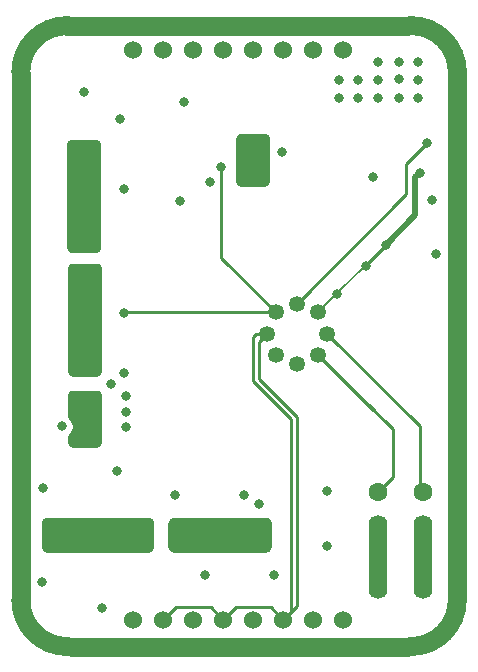
<source format=gbr>
G04 #@! TF.GenerationSoftware,KiCad,Pcbnew,(5.1.12)-1*
G04 #@! TF.CreationDate,2022-03-03T10:00:03+01:00*
G04 #@! TF.ProjectId,10V-DLTZ,3130562d-444c-4545-9a2e-6b696361645f,rev?*
G04 #@! TF.SameCoordinates,Original*
G04 #@! TF.FileFunction,Copper,L3,Inr*
G04 #@! TF.FilePolarity,Positive*
%FSLAX46Y46*%
G04 Gerber Fmt 4.6, Leading zero omitted, Abs format (unit mm)*
G04 Created by KiCad (PCBNEW (5.1.12)-1) date 2022-03-03 10:00:03*
%MOMM*%
%LPD*%
G01*
G04 APERTURE LIST*
G04 #@! TA.AperFunction,NonConductor*
%ADD10C,1.600000*%
G04 #@! TD*
G04 #@! TA.AperFunction,ComponentPad*
%ADD11C,1.350000*%
G04 #@! TD*
G04 #@! TA.AperFunction,ComponentPad*
%ADD12O,1.600000X7.100000*%
G04 #@! TD*
G04 #@! TA.AperFunction,ComponentPad*
%ADD13C,1.600000*%
G04 #@! TD*
G04 #@! TA.AperFunction,ComponentPad*
%ADD14C,1.524000*%
G04 #@! TD*
G04 #@! TA.AperFunction,ViaPad*
%ADD15C,0.800000*%
G04 #@! TD*
G04 #@! TA.AperFunction,Conductor*
%ADD16C,0.250000*%
G04 #@! TD*
G04 #@! TA.AperFunction,Conductor*
%ADD17C,1.600000*%
G04 #@! TD*
G04 #@! TA.AperFunction,Conductor*
%ADD18C,0.508000*%
G04 #@! TD*
G04 #@! TA.AperFunction,Conductor*
%ADD19C,0.127000*%
G04 #@! TD*
G04 #@! TA.AperFunction,NonConductor*
%ADD20C,0.254000*%
G04 #@! TD*
G04 #@! TA.AperFunction,NonConductor*
%ADD21C,0.100000*%
G04 #@! TD*
G04 APERTURE END LIST*
D10*
X73279000Y-128651000D02*
G75*
G02*
X77216000Y-124714000I3937000J0D01*
G01*
X110236000Y-173355000D02*
G75*
G02*
X106299000Y-177292000I-3937000J0D01*
G01*
X106299000Y-124714000D02*
G75*
G02*
X110236000Y-128651000I0J-3937000D01*
G01*
X77216000Y-177292000D02*
G75*
G02*
X73279000Y-173355000I0J3937000D01*
G01*
D11*
X94132400Y-150799800D03*
X99212400Y-150799800D03*
X96672400Y-148259800D03*
X96672400Y-153339800D03*
X98468400Y-152595800D03*
X94876400Y-152595800D03*
X94876400Y-149003800D03*
X98468400Y-149003800D03*
D12*
X107315000Y-169711000D03*
D13*
X107315000Y-164211000D03*
D12*
X103505000Y-169711000D03*
D13*
X103505000Y-164211000D03*
D14*
X82804000Y-126746000D03*
X85344000Y-126746000D03*
X87884000Y-126746000D03*
X90424000Y-126746000D03*
X92964000Y-126746000D03*
X95504000Y-126746000D03*
X98044000Y-126746000D03*
X100584000Y-126746000D03*
X82804000Y-175006000D03*
X85344000Y-175006000D03*
X87884000Y-175006000D03*
X90424000Y-175006000D03*
X92964000Y-175006000D03*
X95504000Y-175006000D03*
X98044000Y-175006000D03*
X100584000Y-175006000D03*
D15*
X109220000Y-176022000D03*
X106426000Y-177292000D03*
X104775000Y-177292000D03*
X75819000Y-177165000D03*
X75565000Y-125095000D03*
X108966000Y-125857000D03*
X96520000Y-177292000D03*
X110236000Y-170688000D03*
X110236000Y-136906000D03*
X110236000Y-141097000D03*
X73533000Y-175006000D03*
X109982000Y-174752000D03*
X107823000Y-125095000D03*
X100838000Y-177292000D03*
X107950000Y-176911000D03*
X109855000Y-127000000D03*
X83820000Y-177292000D03*
X74295000Y-125984000D03*
X88011000Y-177292000D03*
X79756000Y-177292000D03*
X110236000Y-132715000D03*
X74549000Y-176276000D03*
X92202000Y-177292000D03*
X77597000Y-177292000D03*
X73279000Y-168910000D03*
X110236000Y-158115000D03*
X110236000Y-162306000D03*
X73279000Y-164592000D03*
X73279000Y-156083000D03*
X73279000Y-160401000D03*
X110236000Y-145161000D03*
X110236000Y-166370000D03*
X110236000Y-153797000D03*
X73279000Y-152019000D03*
X73279000Y-143383000D03*
X73279000Y-139192000D03*
X73279000Y-147701000D03*
X110236000Y-149606000D03*
X93472000Y-165227000D03*
X80899000Y-155067000D03*
X81407000Y-162433000D03*
X75184000Y-163830000D03*
X75057000Y-171831000D03*
X107696000Y-134620000D03*
X82042000Y-138557000D03*
X108077000Y-139446000D03*
X87122000Y-131191000D03*
X82169000Y-158673800D03*
X108409500Y-144066500D03*
X82042000Y-149021800D03*
X90233500Y-136652000D03*
X110236000Y-138938000D03*
X110236000Y-160274000D03*
X110236000Y-155956000D03*
X87884000Y-124714000D03*
X80137000Y-124714000D03*
X73279000Y-135001000D03*
X73279000Y-141224000D03*
X86741000Y-139573000D03*
X106426000Y-124714000D03*
X110236000Y-147447000D03*
X96012000Y-124714000D03*
X73279000Y-137033000D03*
X91821000Y-124714000D03*
X73279000Y-132969000D03*
X73279000Y-154051000D03*
X81788000Y-177292000D03*
X110236000Y-168529000D03*
X110236000Y-134747000D03*
X73279000Y-173355000D03*
X104394000Y-124714000D03*
X73279000Y-130937000D03*
X86296500Y-164465000D03*
X85979000Y-177292000D03*
X110236000Y-172974000D03*
X77597000Y-177292000D03*
X110236000Y-130556000D03*
X100330000Y-124714000D03*
X110236000Y-164338000D03*
X82169000Y-156083000D03*
X73279000Y-129159000D03*
X73279000Y-145669000D03*
X98552000Y-177292000D03*
X94361000Y-177292000D03*
X110236000Y-128498000D03*
X90043000Y-177292000D03*
X73279000Y-170942000D03*
X110236000Y-143129000D03*
X73279000Y-149987000D03*
X83947000Y-124714000D03*
X102743000Y-177292000D03*
X110236000Y-151638000D03*
X73279000Y-158242000D03*
X73279000Y-162433000D03*
X73533000Y-127254000D03*
X73279000Y-166751000D03*
X89281000Y-137922000D03*
X76962000Y-124714000D03*
X81915000Y-124714000D03*
X92202000Y-164465000D03*
X103124000Y-137541000D03*
X78613000Y-130302000D03*
X85979000Y-124714000D03*
X93853000Y-124714000D03*
X99187000Y-164084000D03*
X89789000Y-124714000D03*
X98298000Y-124714000D03*
X102489000Y-124714000D03*
X78486000Y-124714000D03*
X82042000Y-154114500D03*
X82169000Y-157429200D03*
X101854000Y-130810000D03*
X101854000Y-129286000D03*
X94742000Y-171196000D03*
X95377000Y-135382000D03*
X103505000Y-127762000D03*
X100203000Y-129286000D03*
X76733268Y-158644655D03*
X106934000Y-129286000D03*
X88836500Y-171196000D03*
X106934000Y-127762000D03*
X105283000Y-130810000D03*
X103505000Y-130810000D03*
X100203000Y-130810000D03*
X105283000Y-127762000D03*
X105283000Y-129241000D03*
X103505000Y-129286000D03*
X106934000Y-130810000D03*
X81661000Y-132588000D03*
X99187000Y-168783000D03*
X80137000Y-173990000D03*
X102489000Y-145034000D03*
X100076000Y-147421600D03*
X107083000Y-137160000D03*
X104203500Y-143256000D03*
D16*
X99212400Y-150799800D02*
X107061000Y-158648400D01*
X107061000Y-158648400D02*
X107061000Y-163703000D01*
X96647000Y-173863000D02*
X95504000Y-175006000D01*
X95885000Y-175006000D02*
X95504000Y-175006000D01*
X93457401Y-154671401D02*
X96647000Y-157861000D01*
X90424000Y-175006000D02*
X89336999Y-173918999D01*
X94132400Y-150799800D02*
X93457401Y-151474799D01*
X86431001Y-173918999D02*
X85344000Y-175006000D01*
X95504000Y-175006000D02*
X94416999Y-173918999D01*
X89336999Y-173918999D02*
X86431001Y-173918999D01*
X94416999Y-173918999D02*
X91511001Y-173918999D01*
X93457401Y-151474799D02*
X93457401Y-154620601D01*
X91511001Y-173918999D02*
X90424000Y-175006000D01*
X96138999Y-174371001D02*
X95504000Y-175006000D01*
X92913200Y-154838400D02*
X96139000Y-158064200D01*
X92913200Y-151064406D02*
X92913200Y-154838400D01*
X93177806Y-150799800D02*
X92913200Y-151064406D01*
X96139000Y-158064200D02*
X96138999Y-174371001D01*
X94132400Y-150799800D02*
X93177806Y-150799800D01*
X96647000Y-173228000D02*
X96647000Y-173863000D01*
X96647000Y-157861000D02*
X96647000Y-173228000D01*
X96647000Y-173228000D02*
X96647000Y-173355000D01*
X105918000Y-136398000D02*
X107696000Y-134620000D01*
X96672400Y-148259800D02*
X105918000Y-139014200D01*
X105918000Y-139014200D02*
X105918000Y-136398000D01*
X103251000Y-157378400D02*
X98468400Y-152595800D01*
X104775000Y-162941000D02*
X103505000Y-164211000D01*
X103124000Y-157251400D02*
X98468400Y-152595800D01*
X98468400Y-152595800D02*
X104775000Y-158902400D01*
X104775000Y-158902400D02*
X104775000Y-162941000D01*
X90233500Y-136652000D02*
X90233500Y-144360900D01*
X90233500Y-144360900D02*
X94876400Y-149003800D01*
X94876400Y-149003800D02*
X82060000Y-149003800D01*
X94858400Y-149021800D02*
X94876400Y-149003800D01*
X82060000Y-149003800D02*
X82042000Y-149021800D01*
D17*
X73279000Y-173517000D02*
X73279000Y-128778000D01*
X77216000Y-124714000D02*
X106000000Y-124714000D01*
X110236000Y-128500000D02*
X110236000Y-173228000D01*
X77597000Y-177292000D02*
X106000000Y-177292000D01*
D18*
X104775000Y-142684500D02*
X104203500Y-143256000D01*
D19*
X98468400Y-149003800D02*
X104203500Y-143268700D01*
D18*
X104203500Y-143256000D02*
X106680000Y-140779500D01*
D16*
X102489000Y-145034000D02*
X102489000Y-144970500D01*
D18*
X106680000Y-140779500D02*
X106680000Y-137563000D01*
D16*
X102489000Y-144970500D02*
X104203500Y-143256000D01*
X98519200Y-149003800D02*
X98468400Y-149003800D01*
D18*
X106680000Y-137563000D02*
X107083000Y-137160000D01*
D20*
X79630737Y-155702547D02*
X79735448Y-155716413D01*
X79825225Y-155753717D01*
X79902266Y-155813012D01*
X79961308Y-155890247D01*
X79998315Y-155980147D01*
X80011835Y-156084896D01*
X80001486Y-159893706D01*
X79987481Y-159998070D01*
X79950208Y-160087539D01*
X79891087Y-160164335D01*
X79814128Y-160223249D01*
X79724558Y-160260279D01*
X79620156Y-160274000D01*
X77726173Y-160274000D01*
X77621771Y-160260279D01*
X77532201Y-160223249D01*
X77455243Y-160164336D01*
X77396119Y-160087537D01*
X77358847Y-159998069D01*
X77344843Y-159893706D01*
X77343724Y-159481545D01*
X77393042Y-159448592D01*
X77537205Y-159304429D01*
X77650473Y-159134911D01*
X77728494Y-158946553D01*
X77768268Y-158746594D01*
X77768268Y-158542716D01*
X77728494Y-158342757D01*
X77650473Y-158154399D01*
X77537205Y-157984881D01*
X77393042Y-157840718D01*
X77339169Y-157804721D01*
X77334495Y-156083801D01*
X77348035Y-155978970D01*
X77385095Y-155889020D01*
X77444214Y-155811758D01*
X77521350Y-155752472D01*
X77611227Y-155715218D01*
X77716021Y-155701453D01*
X79630737Y-155702547D01*
G04 #@! TA.AperFunction,NonConductor*
D21*
G36*
X79630737Y-155702547D02*
G01*
X79735448Y-155716413D01*
X79825225Y-155753717D01*
X79902266Y-155813012D01*
X79961308Y-155890247D01*
X79998315Y-155980147D01*
X80011835Y-156084896D01*
X80001486Y-159893706D01*
X79987481Y-159998070D01*
X79950208Y-160087539D01*
X79891087Y-160164335D01*
X79814128Y-160223249D01*
X79724558Y-160260279D01*
X79620156Y-160274000D01*
X77726173Y-160274000D01*
X77621771Y-160260279D01*
X77532201Y-160223249D01*
X77455243Y-160164336D01*
X77396119Y-160087537D01*
X77358847Y-159998069D01*
X77344843Y-159893706D01*
X77343724Y-159481545D01*
X77393042Y-159448592D01*
X77537205Y-159304429D01*
X77650473Y-159134911D01*
X77728494Y-158946553D01*
X77768268Y-158746594D01*
X77768268Y-158542716D01*
X77728494Y-158342757D01*
X77650473Y-158154399D01*
X77537205Y-157984881D01*
X77393042Y-157840718D01*
X77339169Y-157804721D01*
X77334495Y-156083801D01*
X77348035Y-155978970D01*
X77385095Y-155889020D01*
X77444214Y-155811758D01*
X77521350Y-155752472D01*
X77611227Y-155715218D01*
X77716021Y-155701453D01*
X79630737Y-155702547D01*
G37*
G04 #@! TD.AperFunction*
D20*
X90043706Y-166505514D02*
X90148070Y-166519519D01*
X90237539Y-166556792D01*
X90314335Y-166615913D01*
X90373249Y-166692872D01*
X90410279Y-166782442D01*
X90424000Y-166886844D01*
X90424000Y-168780827D01*
X90410279Y-168885229D01*
X90373249Y-168974799D01*
X90314336Y-169051757D01*
X90237537Y-169110881D01*
X90148069Y-169148153D01*
X90043706Y-169162157D01*
X86233801Y-169172505D01*
X86128970Y-169158965D01*
X86039020Y-169121905D01*
X85961758Y-169062786D01*
X85902472Y-168985650D01*
X85865218Y-168895773D01*
X85851453Y-168790979D01*
X85852547Y-166876263D01*
X85866413Y-166771552D01*
X85903717Y-166681775D01*
X85963012Y-166604734D01*
X86040247Y-166545692D01*
X86130147Y-166508685D01*
X86234896Y-166495165D01*
X90043706Y-166505514D01*
G04 #@! TA.AperFunction,NonConductor*
D21*
G36*
X90043706Y-166505514D02*
G01*
X90148070Y-166519519D01*
X90237539Y-166556792D01*
X90314335Y-166615913D01*
X90373249Y-166692872D01*
X90410279Y-166782442D01*
X90424000Y-166886844D01*
X90424000Y-168780827D01*
X90410279Y-168885229D01*
X90373249Y-168974799D01*
X90314336Y-169051757D01*
X90237537Y-169110881D01*
X90148069Y-169148153D01*
X90043706Y-169162157D01*
X86233801Y-169172505D01*
X86128970Y-169158965D01*
X86039020Y-169121905D01*
X85961758Y-169062786D01*
X85902472Y-168985650D01*
X85865218Y-168895773D01*
X85851453Y-168790979D01*
X85852547Y-166876263D01*
X85866413Y-166771552D01*
X85903717Y-166681775D01*
X85963012Y-166604734D01*
X86040247Y-166545692D01*
X86130147Y-166508685D01*
X86234896Y-166495165D01*
X90043706Y-166505514D01*
G37*
G04 #@! TD.AperFunction*
D20*
X93980706Y-166505514D02*
X94085070Y-166519519D01*
X94174539Y-166556792D01*
X94251335Y-166615913D01*
X94310249Y-166692872D01*
X94347279Y-166782442D01*
X94361000Y-166886844D01*
X94361000Y-168780827D01*
X94347279Y-168885229D01*
X94310249Y-168974799D01*
X94251336Y-169051757D01*
X94174537Y-169110881D01*
X94085069Y-169148153D01*
X93980706Y-169162157D01*
X90170801Y-169172505D01*
X90065970Y-169158965D01*
X89976020Y-169121905D01*
X89898758Y-169062786D01*
X89839472Y-168985650D01*
X89802218Y-168895773D01*
X89788453Y-168790979D01*
X89789547Y-166876263D01*
X89803413Y-166771552D01*
X89840717Y-166681775D01*
X89900012Y-166604734D01*
X89977247Y-166545692D01*
X90067147Y-166508685D01*
X90171896Y-166495165D01*
X93980706Y-166505514D01*
G04 #@! TA.AperFunction,NonConductor*
D21*
G36*
X93980706Y-166505514D02*
G01*
X94085070Y-166519519D01*
X94174539Y-166556792D01*
X94251335Y-166615913D01*
X94310249Y-166692872D01*
X94347279Y-166782442D01*
X94361000Y-166886844D01*
X94361000Y-168780827D01*
X94347279Y-168885229D01*
X94310249Y-168974799D01*
X94251336Y-169051757D01*
X94174537Y-169110881D01*
X94085069Y-169148153D01*
X93980706Y-169162157D01*
X90170801Y-169172505D01*
X90065970Y-169158965D01*
X89976020Y-169121905D01*
X89898758Y-169062786D01*
X89839472Y-168985650D01*
X89802218Y-168895773D01*
X89788453Y-168790979D01*
X89789547Y-166876263D01*
X89803413Y-166771552D01*
X89840717Y-166681775D01*
X89900012Y-166604734D01*
X89977247Y-166545692D01*
X90067147Y-166508685D01*
X90171896Y-166495165D01*
X93980706Y-166505514D01*
G37*
G04 #@! TD.AperFunction*
D20*
X84139043Y-166498827D02*
X84228999Y-166535886D01*
X84306265Y-166595008D01*
X84365551Y-166672141D01*
X84402807Y-166762019D01*
X84416572Y-166866815D01*
X84415477Y-168782891D01*
X84401658Y-168887428D01*
X84364479Y-168977076D01*
X84305374Y-169054051D01*
X84228364Y-169113113D01*
X84138691Y-169150242D01*
X84034153Y-169164000D01*
X75500114Y-169164000D01*
X75395529Y-169150231D01*
X75305831Y-169113077D01*
X75228810Y-169053976D01*
X75169709Y-168976955D01*
X75132555Y-168887257D01*
X75118786Y-168782672D01*
X75118786Y-166890048D01*
X75132506Y-166785650D01*
X75169534Y-166696084D01*
X75228448Y-166619123D01*
X75305244Y-166559999D01*
X75394707Y-166522727D01*
X75499065Y-166508720D01*
X84034216Y-166485289D01*
X84139043Y-166498827D01*
G04 #@! TA.AperFunction,NonConductor*
D21*
G36*
X84139043Y-166498827D02*
G01*
X84228999Y-166535886D01*
X84306265Y-166595008D01*
X84365551Y-166672141D01*
X84402807Y-166762019D01*
X84416572Y-166866815D01*
X84415477Y-168782891D01*
X84401658Y-168887428D01*
X84364479Y-168977076D01*
X84305374Y-169054051D01*
X84228364Y-169113113D01*
X84138691Y-169150242D01*
X84034153Y-169164000D01*
X75500114Y-169164000D01*
X75395529Y-169150231D01*
X75305831Y-169113077D01*
X75228810Y-169053976D01*
X75169709Y-168976955D01*
X75132555Y-168887257D01*
X75118786Y-168782672D01*
X75118786Y-166890048D01*
X75132506Y-166785650D01*
X75169534Y-166696084D01*
X75228448Y-166619123D01*
X75305244Y-166559999D01*
X75394707Y-166522727D01*
X75499065Y-166508720D01*
X84034216Y-166485289D01*
X84139043Y-166498827D01*
G37*
G04 #@! TD.AperFunction*
D20*
X93955333Y-133998718D02*
X94044890Y-134035736D01*
X94121845Y-134094636D01*
X94180968Y-134171411D01*
X94218251Y-134260861D01*
X94232276Y-134365209D01*
X94242388Y-137794107D01*
X94228868Y-137898957D01*
X94191818Y-137988928D01*
X94132699Y-138066211D01*
X94055557Y-138125514D01*
X93965673Y-138162778D01*
X93860859Y-138176547D01*
X91946383Y-138175453D01*
X91841654Y-138161583D01*
X91751867Y-138124269D01*
X91674820Y-138064957D01*
X91615781Y-137987703D01*
X91578785Y-137897787D01*
X91565284Y-137793005D01*
X91575395Y-134365211D01*
X91589421Y-134260861D01*
X91626703Y-134171414D01*
X91685830Y-134094631D01*
X91762779Y-134035737D01*
X91852339Y-133998718D01*
X91956731Y-133985000D01*
X93850940Y-133985000D01*
X93955333Y-133998718D01*
G04 #@! TA.AperFunction,NonConductor*
D21*
G36*
X93955333Y-133998718D02*
G01*
X94044890Y-134035736D01*
X94121845Y-134094636D01*
X94180968Y-134171411D01*
X94218251Y-134260861D01*
X94232276Y-134365209D01*
X94242388Y-137794107D01*
X94228868Y-137898957D01*
X94191818Y-137988928D01*
X94132699Y-138066211D01*
X94055557Y-138125514D01*
X93965673Y-138162778D01*
X93860859Y-138176547D01*
X91946383Y-138175453D01*
X91841654Y-138161583D01*
X91751867Y-138124269D01*
X91674820Y-138064957D01*
X91615781Y-137987703D01*
X91578785Y-137897787D01*
X91565284Y-137793005D01*
X91575395Y-134365211D01*
X91589421Y-134260861D01*
X91626703Y-134171414D01*
X91685830Y-134094631D01*
X91762779Y-134035737D01*
X91852339Y-133998718D01*
X91956731Y-133985000D01*
X93850940Y-133985000D01*
X93955333Y-133998718D01*
G37*
G04 #@! TD.AperFunction*
D20*
X79553268Y-134493465D02*
X79657805Y-134507284D01*
X79747453Y-134544463D01*
X79824428Y-134603568D01*
X79883490Y-134680578D01*
X79920619Y-134770251D01*
X79934377Y-134874789D01*
X79934377Y-143408828D01*
X79920608Y-143513413D01*
X79883454Y-143603111D01*
X79824353Y-143680132D01*
X79747332Y-143739233D01*
X79657634Y-143776387D01*
X79553049Y-143790156D01*
X77660425Y-143790156D01*
X77556027Y-143776436D01*
X77466461Y-143739408D01*
X77389500Y-143680494D01*
X77330376Y-143603698D01*
X77293104Y-143514235D01*
X77279097Y-143409877D01*
X77255666Y-134874726D01*
X77269204Y-134769899D01*
X77306263Y-134679943D01*
X77365385Y-134602677D01*
X77442518Y-134543391D01*
X77532396Y-134506135D01*
X77637192Y-134492370D01*
X79553268Y-134493465D01*
G04 #@! TA.AperFunction,NonConductor*
D21*
G36*
X79553268Y-134493465D02*
G01*
X79657805Y-134507284D01*
X79747453Y-134544463D01*
X79824428Y-134603568D01*
X79883490Y-134680578D01*
X79920619Y-134770251D01*
X79934377Y-134874789D01*
X79934377Y-143408828D01*
X79920608Y-143513413D01*
X79883454Y-143603111D01*
X79824353Y-143680132D01*
X79747332Y-143739233D01*
X79657634Y-143776387D01*
X79553049Y-143790156D01*
X77660425Y-143790156D01*
X77556027Y-143776436D01*
X77466461Y-143739408D01*
X77389500Y-143680494D01*
X77330376Y-143603698D01*
X77293104Y-143514235D01*
X77279097Y-143409877D01*
X77255666Y-134874726D01*
X77269204Y-134769899D01*
X77306263Y-134679943D01*
X77365385Y-134602677D01*
X77442518Y-134543391D01*
X77532396Y-134506135D01*
X77637192Y-134492370D01*
X79553268Y-134493465D01*
G37*
G04 #@! TD.AperFunction*
D20*
X79721350Y-144982506D02*
X79810916Y-145019534D01*
X79887877Y-145078448D01*
X79947001Y-145155244D01*
X79984273Y-145244707D01*
X79998280Y-145349065D01*
X80021711Y-153884216D01*
X80008173Y-153989043D01*
X79971114Y-154078999D01*
X79911992Y-154156265D01*
X79834859Y-154215551D01*
X79744981Y-154252807D01*
X79640185Y-154266572D01*
X77724109Y-154265477D01*
X77619572Y-154251658D01*
X77529924Y-154214479D01*
X77452949Y-154155374D01*
X77393887Y-154078364D01*
X77356758Y-153988691D01*
X77343000Y-153884153D01*
X77343000Y-145350114D01*
X77356769Y-145245529D01*
X77393923Y-145155831D01*
X77453024Y-145078810D01*
X77530045Y-145019709D01*
X77619743Y-144982555D01*
X77724328Y-144968786D01*
X79616952Y-144968786D01*
X79721350Y-144982506D01*
G04 #@! TA.AperFunction,NonConductor*
D21*
G36*
X79721350Y-144982506D02*
G01*
X79810916Y-145019534D01*
X79887877Y-145078448D01*
X79947001Y-145155244D01*
X79984273Y-145244707D01*
X79998280Y-145349065D01*
X80021711Y-153884216D01*
X80008173Y-153989043D01*
X79971114Y-154078999D01*
X79911992Y-154156265D01*
X79834859Y-154215551D01*
X79744981Y-154252807D01*
X79640185Y-154266572D01*
X77724109Y-154265477D01*
X77619572Y-154251658D01*
X77529924Y-154214479D01*
X77452949Y-154155374D01*
X77393887Y-154078364D01*
X77356758Y-153988691D01*
X77343000Y-153884153D01*
X77343000Y-145350114D01*
X77356769Y-145245529D01*
X77393923Y-145155831D01*
X77453024Y-145078810D01*
X77530045Y-145019709D01*
X77619743Y-144982555D01*
X77724328Y-144968786D01*
X79616952Y-144968786D01*
X79721350Y-144982506D01*
G37*
G04 #@! TD.AperFunction*
M02*

</source>
